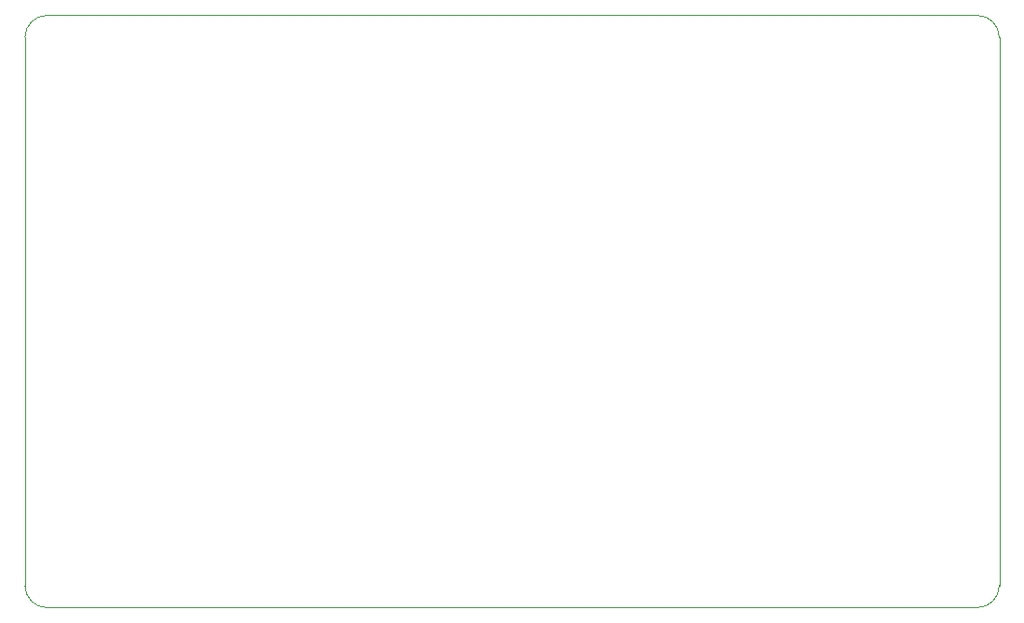
<source format=gbr>
G04 #@! TF.GenerationSoftware,KiCad,Pcbnew,(6.0.7)*
G04 #@! TF.CreationDate,2022-09-24T00:10:23+07:00*
G04 #@! TF.ProjectId,Reflow_Touch_shield_ESP32,5265666c-6f77-45f5-946f-7563685f7368,rev?*
G04 #@! TF.SameCoordinates,Original*
G04 #@! TF.FileFunction,Profile,NP*
%FSLAX46Y46*%
G04 Gerber Fmt 4.6, Leading zero omitted, Abs format (unit mm)*
G04 Created by KiCad (PCBNEW (6.0.7)) date 2022-09-24 00:10:23*
%MOMM*%
%LPD*%
G01*
G04 APERTURE LIST*
G04 #@! TA.AperFunction,Profile*
%ADD10C,0.100000*%
G04 #@! TD*
G04 APERTURE END LIST*
D10*
X81730000Y-99923600D02*
X166270000Y-99923600D01*
X166270000Y-46075600D02*
X81730000Y-46075600D01*
X168270000Y-48075600D02*
G75*
G03*
X166270000Y-46075600I-2000000J0D01*
G01*
X79730000Y-48075600D02*
X79730000Y-97923600D01*
X81730000Y-46075600D02*
G75*
G03*
X79730000Y-48075600I0J-2000000D01*
G01*
X79730000Y-97923600D02*
G75*
G03*
X81730000Y-99923600I2000000J0D01*
G01*
X166270000Y-99923600D02*
G75*
G03*
X168270000Y-97923600I0J2000000D01*
G01*
X168270000Y-97923600D02*
X168270000Y-48075600D01*
M02*

</source>
